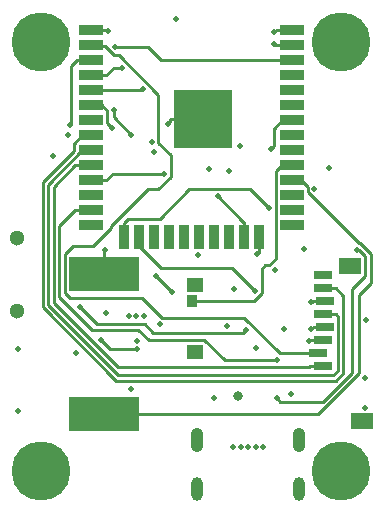
<source format=gbr>
%TF.GenerationSoftware,KiCad,Pcbnew,(6.0.1)*%
%TF.CreationDate,2022-03-18T07:57:27+01:00*%
%TF.ProjectId,trick-tracker,74726963-6b2d-4747-9261-636b65722e6b,rev?*%
%TF.SameCoordinates,Original*%
%TF.FileFunction,Copper,L4,Bot*%
%TF.FilePolarity,Positive*%
%FSLAX46Y46*%
G04 Gerber Fmt 4.6, Leading zero omitted, Abs format (unit mm)*
G04 Created by KiCad (PCBNEW (6.0.1)) date 2022-03-18 07:57:27*
%MOMM*%
%LPD*%
G01*
G04 APERTURE LIST*
%TA.AperFunction,ComponentPad*%
%ADD10O,1.050000X2.100000*%
%TD*%
%TA.AperFunction,ComponentPad*%
%ADD11O,1.000000X2.000000*%
%TD*%
%TA.AperFunction,ComponentPad*%
%ADD12C,0.800000*%
%TD*%
%TA.AperFunction,ComponentPad*%
%ADD13C,5.000000*%
%TD*%
%TA.AperFunction,ComponentPad*%
%ADD14C,1.300000*%
%TD*%
%TA.AperFunction,SMDPad,CuDef*%
%ADD15R,1.500000X0.800000*%
%TD*%
%TA.AperFunction,SMDPad,CuDef*%
%ADD16R,0.950000X1.000000*%
%TD*%
%TA.AperFunction,SMDPad,CuDef*%
%ADD17R,1.400000X1.300000*%
%TD*%
%TA.AperFunction,SMDPad,CuDef*%
%ADD18R,1.900000X1.400000*%
%TD*%
%TA.AperFunction,SMDPad,CuDef*%
%ADD19R,6.000000X3.000000*%
%TD*%
%TA.AperFunction,SMDPad,CuDef*%
%ADD20R,2.000000X0.900000*%
%TD*%
%TA.AperFunction,SMDPad,CuDef*%
%ADD21R,0.900000X2.000000*%
%TD*%
%TA.AperFunction,SMDPad,CuDef*%
%ADD22R,5.000000X5.000000*%
%TD*%
%TA.AperFunction,ViaPad*%
%ADD23C,0.500000*%
%TD*%
%TA.AperFunction,ViaPad*%
%ADD24C,0.800000*%
%TD*%
%TA.AperFunction,Conductor*%
%ADD25C,0.250000*%
%TD*%
G04 APERTURE END LIST*
D10*
%TO.P,J1,S1,SHELL_GND*%
%TO.N,unconnected-(J1-PadS1)*%
X146048000Y-131583000D03*
D11*
%TO.P,J1,S2,SHELL_GND*%
%TO.N,unconnected-(J1-PadS2)*%
X146048000Y-135763000D03*
%TO.P,J1,S3,SHELL_GND*%
%TO.N,unconnected-(J1-PadS3)*%
X154688000Y-135763000D03*
D10*
%TO.P,J1,S4,SHELL_GND*%
%TO.N,unconnected-(J1-PadS4)*%
X154688000Y-131583000D03*
%TD*%
D12*
%TO.P,H1,1*%
%TO.N,N/C*%
X134717000Y-134239000D03*
X131516175Y-135564825D03*
X131516175Y-132913175D03*
X132842000Y-132364000D03*
X132842000Y-136114000D03*
X134167825Y-132913175D03*
D13*
X132842000Y-134239000D03*
D12*
X134167825Y-135564825D03*
X130967000Y-134239000D03*
%TD*%
%TO.P,H2,1*%
%TO.N,N/C*%
X156916175Y-135564825D03*
X159567825Y-135564825D03*
X158242000Y-136114000D03*
D13*
X158242000Y-134239000D03*
D12*
X159567825Y-132913175D03*
X158242000Y-132364000D03*
X160117000Y-134239000D03*
X156916175Y-132913175D03*
X156367000Y-134239000D03*
%TD*%
D14*
%TO.P,S3,MH1,MH1*%
%TO.N,unconnected-(S3-PadMH1)*%
X130782000Y-114477000D03*
%TO.P,S3,MH2,MH2*%
%TO.N,unconnected-(S3-PadMH2)*%
X130782000Y-120727000D03*
%TD*%
D12*
%TO.P,H3,1*%
%TO.N,N/C*%
X132842000Y-99792000D03*
X134167825Y-96591175D03*
X130967000Y-97917000D03*
X134717000Y-97917000D03*
D13*
X132842000Y-97917000D03*
D12*
X132842000Y-96042000D03*
X131516175Y-96591175D03*
X134167825Y-99242825D03*
X131516175Y-99242825D03*
%TD*%
%TO.P,H4,1*%
%TO.N,N/C*%
X160117000Y-97917000D03*
X159567825Y-99242825D03*
X156367000Y-97917000D03*
X159567825Y-96591175D03*
X158242000Y-99792000D03*
D13*
X158242000Y-97917000D03*
D12*
X158242000Y-96042000D03*
X156916175Y-99242825D03*
X156916175Y-96591175D03*
%TD*%
D15*
%TO.P,J4,1,DATA2/CS*%
%TO.N,/CS*%
X156695000Y-125384000D03*
%TO.P,J4,2,DATA3/MOSI*%
%TO.N,/MOSI*%
X156295000Y-124284000D03*
%TO.P,J4,3,CMD/GND*%
%TO.N,GND*%
X156695000Y-123184000D03*
%TO.P,J4,4,VDD*%
%TO.N,+3V3*%
X156895000Y-122084000D03*
%TO.P,J4,5,CLK*%
%TO.N,/CLK*%
X156695000Y-120984000D03*
%TO.P,J4,6,VSS/GND*%
%TO.N,GND*%
X156895000Y-119884000D03*
%TO.P,J4,7,DATA0/MISO*%
%TO.N,/MISO*%
X156695000Y-118784000D03*
%TO.P,J4,8,DATA1*%
%TO.N,unconnected-(J4-Pad8)*%
X156695000Y-117684000D03*
D16*
%TO.P,J4,9,DETECH*%
%TO.N,/SD_DETECT*%
X145610000Y-119884000D03*
D17*
%TO.P,J4,P1*%
%TO.N,N/C*%
X145835000Y-118494000D03*
%TO.P,J4,P2*%
X145835000Y-124194000D03*
D18*
%TO.P,J4,P3*%
X159985000Y-130044000D03*
%TO.P,J4,P4*%
X158985000Y-116894000D03*
%TD*%
D19*
%TO.P,P1,1,IN*%
%TO.N,Net-(P1-Pad1)*%
X138176000Y-129444000D03*
%TO.P,P1,2,OUT*%
%TO.N,GND*%
X138176000Y-117544000D03*
%TD*%
D20*
%TO.P,U3,1,GND*%
%TO.N,GND*%
X154042000Y-96944000D03*
%TO.P,U3,2,VDD*%
%TO.N,+3V3*%
X154042000Y-98214000D03*
%TO.P,U3,3,EN*%
%TO.N,/RESET*%
X154042000Y-99484000D03*
%TO.P,U3,4,SENSOR_VP*%
%TO.N,unconnected-(U3-Pad4)*%
X154042000Y-100754000D03*
%TO.P,U3,5,SENSOR_VN*%
%TO.N,unconnected-(U3-Pad5)*%
X154042000Y-102024000D03*
%TO.P,U3,6,IO34*%
%TO.N,unconnected-(U3-Pad6)*%
X154042000Y-103294000D03*
%TO.P,U3,7,IO35*%
%TO.N,/BAT_SENS*%
X154042000Y-104564000D03*
%TO.P,U3,8,IO32*%
%TO.N,unconnected-(U3-Pad8)*%
X154042000Y-105834000D03*
%TO.P,U3,9,IO33*%
%TO.N,unconnected-(U3-Pad9)*%
X154042000Y-107104000D03*
%TO.P,U3,10,IO25*%
%TO.N,/SD_DETECT*%
X154042000Y-108374000D03*
%TO.P,U3,11,IO26*%
%TO.N,Net-(P1-Pad1)*%
X154042000Y-109644000D03*
%TO.P,U3,12,IO27*%
%TO.N,unconnected-(U3-Pad12)*%
X154042000Y-110914000D03*
%TO.P,U3,13,IO14*%
%TO.N,unconnected-(U3-Pad13)*%
X154042000Y-112184000D03*
%TO.P,U3,14,IO12*%
%TO.N,unconnected-(U3-Pad14)*%
X154042000Y-113454000D03*
D21*
%TO.P,U3,15,GND*%
%TO.N,GND*%
X151257000Y-114454000D03*
%TO.P,U3,16,IO13*%
%TO.N,/BMX_INT2*%
X149987000Y-114454000D03*
%TO.P,U3,17,SHD/SD2*%
%TO.N,unconnected-(U3-Pad17)*%
X148717000Y-114454000D03*
%TO.P,U3,18,SWP/SD3*%
%TO.N,unconnected-(U3-Pad18)*%
X147447000Y-114454000D03*
%TO.P,U3,19,SCS/CMD*%
%TO.N,unconnected-(U3-Pad19)*%
X146177000Y-114454000D03*
%TO.P,U3,20,SCK/CLK*%
%TO.N,unconnected-(U3-Pad20)*%
X144907000Y-114454000D03*
%TO.P,U3,21,SDO/SD0*%
%TO.N,unconnected-(U3-Pad21)*%
X143637000Y-114454000D03*
%TO.P,U3,22,SDI/SD1*%
%TO.N,unconnected-(U3-Pad22)*%
X142367000Y-114454000D03*
%TO.P,U3,23,IO15*%
%TO.N,/PRESS_INT*%
X141097000Y-114454000D03*
%TO.P,U3,24,IO2*%
%TO.N,Net-(D4-Pad2)*%
X139827000Y-114454000D03*
D20*
%TO.P,U3,25,IO0*%
%TO.N,unconnected-(U3-Pad25)*%
X137042000Y-113454000D03*
%TO.P,U3,26,IO4*%
%TO.N,/BTN*%
X137042000Y-112184000D03*
%TO.P,U3,27,IO16*%
%TO.N,unconnected-(U3-Pad27)*%
X137042000Y-110914000D03*
%TO.P,U3,28,IO17*%
%TO.N,/BMX_INT1*%
X137042000Y-109644000D03*
%TO.P,U3,29,IO5*%
%TO.N,/CS*%
X137042000Y-108374000D03*
%TO.P,U3,30,IO18*%
%TO.N,/CLK*%
X137042000Y-107104000D03*
%TO.P,U3,31,IO19*%
%TO.N,/MISO*%
X137042000Y-105834000D03*
%TO.P,U3,32,NC*%
%TO.N,unconnected-(U3-Pad32)*%
X137042000Y-104564000D03*
%TO.P,U3,33,IO21*%
%TO.N,/SDA*%
X137042000Y-103294000D03*
%TO.P,U3,34,RXD0/IO3*%
%TO.N,/Rx*%
X137042000Y-102024000D03*
%TO.P,U3,35,TXD0/IO1*%
%TO.N,/Tx*%
X137042000Y-100754000D03*
%TO.P,U3,36,IO22*%
%TO.N,/SCL*%
X137042000Y-99484000D03*
%TO.P,U3,37,IO23*%
%TO.N,/MOSI*%
X137042000Y-98214000D03*
%TO.P,U3,38,GND*%
%TO.N,GND*%
X137042000Y-96944000D03*
D22*
%TO.P,U3,39,GND*%
X146542000Y-104444000D03*
%TD*%
D23*
%TO.N,+3V3*%
X157224200Y-108581000D03*
X155677100Y-122239500D03*
X152577800Y-98075100D03*
X148717000Y-108873300D03*
X151003000Y-123851700D03*
X148550800Y-121968000D03*
X147098400Y-108666100D03*
X133850500Y-107577000D03*
X142406400Y-107240400D03*
X138296600Y-120894500D03*
%TO.N,GND*%
X149159200Y-118815800D03*
X155067000Y-115474300D03*
X154038000Y-127759900D03*
X151091800Y-115904300D03*
X153392300Y-122239300D03*
X135096000Y-105822900D03*
X155690100Y-119894300D03*
X140925100Y-123206600D03*
X138492300Y-97028000D03*
X140475200Y-127310200D03*
X155485800Y-123253000D03*
X146134600Y-115914800D03*
X135822400Y-124209600D03*
X130849000Y-123911200D03*
X160235000Y-128876900D03*
X155988000Y-110343700D03*
X138278100Y-115495100D03*
X149645200Y-106687200D03*
X147511000Y-128086100D03*
X143588900Y-104852300D03*
X142202500Y-106413000D03*
X152582000Y-97107100D03*
X152654000Y-117195600D03*
X160235000Y-126392400D03*
X144272000Y-95954700D03*
X130849000Y-129159000D03*
X160347100Y-121441200D03*
%TO.N,/VBUS*%
X140893300Y-121107700D03*
X151638000Y-132207000D03*
X151003000Y-132207000D03*
X140482200Y-105764000D03*
D24*
X149479000Y-127889000D03*
D23*
X149733000Y-132207000D03*
X159588200Y-115510600D03*
X139000300Y-103687700D03*
X142869245Y-121805622D03*
X149098000Y-132207000D03*
X140258300Y-121107700D03*
X150368000Y-132207000D03*
X141528300Y-121107700D03*
X152781000Y-128080600D03*
%TO.N,/VBAT*%
X140925100Y-123907000D03*
X137919700Y-123163400D03*
%TO.N,/SCL*%
X135301700Y-104971500D03*
%TO.N,/SDA*%
X138815800Y-105188900D03*
%TO.N,/RESET*%
X139112700Y-98329500D03*
X150179300Y-122341400D03*
X136123500Y-120372000D03*
%TO.N,/PRESS_INT*%
X150938900Y-118965000D03*
%TO.N,/BTN*%
X152830900Y-124871000D03*
%TO.N,/Tx*%
X139663400Y-100103700D03*
%TO.N,/Rx*%
X141431100Y-101871400D03*
%TO.N,/BAT_SENS*%
X152341800Y-106949900D03*
%TO.N,Net-(D4-Pad2)*%
X152137200Y-111967600D03*
%TO.N,/VIN*%
X142569700Y-117703500D03*
X143951700Y-119085500D03*
%TO.N,/BMX_INT2*%
X147825300Y-110981000D03*
%TO.N,/BMX_INT1*%
X143214100Y-109092900D03*
%TD*%
D25*
%TO.N,+3V3*%
X154042000Y-98214000D02*
X152716700Y-98214000D01*
X155819700Y-122096900D02*
X155819700Y-122084000D01*
X155677100Y-122239500D02*
X155819700Y-122096900D01*
X156895000Y-122084000D02*
X155819700Y-122084000D01*
X152716700Y-98214000D02*
X152577800Y-98075100D01*
%TO.N,GND*%
X155485800Y-123253000D02*
X155550700Y-123253000D01*
X155809400Y-119894300D02*
X155819700Y-119884000D01*
X152582000Y-97107100D02*
X152716700Y-96972400D01*
X156695000Y-123184000D02*
X155619700Y-123184000D01*
X143716700Y-104724500D02*
X143716700Y-104444000D01*
X151216800Y-115779300D02*
X151257000Y-115779300D01*
X156895000Y-119884000D02*
X155819700Y-119884000D01*
X138176000Y-117544000D02*
X138176000Y-115718700D01*
X151091800Y-115904300D02*
X151216800Y-115779300D01*
X138492300Y-97028000D02*
X138408300Y-96944000D01*
X143588900Y-104852300D02*
X143716700Y-104724500D01*
X151257000Y-114454000D02*
X151257000Y-115779300D01*
X152716700Y-96972400D02*
X152716700Y-96944000D01*
X155690100Y-119894300D02*
X155809400Y-119894300D01*
X154042000Y-96944000D02*
X152716700Y-96944000D01*
X155550700Y-123253000D02*
X155619700Y-123184000D01*
X138408300Y-96944000D02*
X137042000Y-96944000D01*
X138278100Y-115495100D02*
X138278100Y-115616600D01*
X146542000Y-104444000D02*
X143716700Y-104444000D01*
X138278100Y-115616600D02*
X138176000Y-115718700D01*
%TO.N,/VBUS*%
X156694500Y-128379900D02*
X159130700Y-125943700D01*
X159130700Y-125943700D02*
X159130700Y-118863400D01*
X139000300Y-104282100D02*
X139000300Y-103687700D01*
X140482200Y-105764000D02*
X139000300Y-104282100D01*
X160299900Y-116047100D02*
X159763400Y-115510600D01*
X152781000Y-128080600D02*
X153080300Y-128379900D01*
X159130700Y-118863400D02*
X160299900Y-117694200D01*
X159763400Y-115510600D02*
X159588200Y-115510600D01*
X153080300Y-128379900D02*
X156694500Y-128379900D01*
X160299900Y-117694200D02*
X160299900Y-116047100D01*
%TO.N,/VBAT*%
X140925100Y-123907000D02*
X138663300Y-123907000D01*
X138663300Y-123907000D02*
X137919700Y-123163400D01*
%TO.N,/SCL*%
X135847000Y-99484000D02*
X135382000Y-99949000D01*
X135382000Y-99949000D02*
X135382000Y-104891200D01*
X137042000Y-99484000D02*
X135847000Y-99484000D01*
X135382000Y-104891200D02*
X135301700Y-104971500D01*
%TO.N,/SDA*%
X138430000Y-104803100D02*
X138815800Y-105188900D01*
X137042000Y-103294000D02*
X137965000Y-103294000D01*
X137965000Y-103294000D02*
X138430000Y-103759000D01*
X138430000Y-103759000D02*
X138430000Y-104803100D01*
%TO.N,/RESET*%
X141624800Y-121816000D02*
X137567500Y-121816000D01*
X141873500Y-98329500D02*
X139112700Y-98329500D01*
X154042000Y-99484000D02*
X143028000Y-99484000D01*
X150179300Y-122341400D02*
X149976200Y-122544500D01*
X143028000Y-99484000D02*
X141873500Y-98329500D01*
X142353300Y-122544500D02*
X141624800Y-121816000D01*
X149976200Y-122544500D02*
X142353300Y-122544500D01*
X137567500Y-121816000D02*
X136123500Y-120372000D01*
%TO.N,/PRESS_INT*%
X141097000Y-114454000D02*
X141097000Y-115161200D01*
X149043100Y-117069200D02*
X150938900Y-118965000D01*
X141097000Y-115161200D02*
X143005000Y-117069200D01*
X143005000Y-117069200D02*
X149043100Y-117069200D01*
%TO.N,/BTN*%
X152830900Y-124871000D02*
X148379400Y-124871000D01*
X148379400Y-124871000D02*
X146661100Y-123152700D01*
X137042000Y-112184000D02*
X135716700Y-112184000D01*
X141079000Y-122266400D02*
X137190600Y-122266400D01*
X141965300Y-123152700D02*
X141079000Y-122266400D01*
X137190600Y-122266400D02*
X134391800Y-119467600D01*
X134391800Y-119467600D02*
X134391800Y-113508900D01*
X146661100Y-123152700D02*
X141965300Y-123152700D01*
X134391800Y-113508900D02*
X135716700Y-112184000D01*
%TO.N,/Tx*%
X137042000Y-100754000D02*
X138367300Y-100754000D01*
X138367300Y-100754000D02*
X139017600Y-100103700D01*
X139017600Y-100103700D02*
X139663400Y-100103700D01*
%TO.N,/Rx*%
X138367300Y-102024000D02*
X141278500Y-102024000D01*
X141278500Y-102024000D02*
X141431100Y-101871400D01*
X137042000Y-102024000D02*
X138367300Y-102024000D01*
%TO.N,/BAT_SENS*%
X152527000Y-106764700D02*
X152341800Y-106949900D01*
X153212978Y-104564000D02*
X152527000Y-105249978D01*
X152527000Y-105249978D02*
X152527000Y-106764700D01*
X154042000Y-104564000D02*
X153212978Y-104564000D01*
%TO.N,Net-(D4-Pad2)*%
X142871900Y-112903000D02*
X145378100Y-110396800D01*
X139827000Y-113284000D02*
X140208000Y-112903000D01*
X145378100Y-110396800D02*
X150566400Y-110396800D01*
X139827000Y-114454000D02*
X139827000Y-113284000D01*
X150566400Y-110396800D02*
X152137200Y-111967600D01*
X140208000Y-112903000D02*
X142871900Y-112903000D01*
%TO.N,/CS*%
X155546200Y-125457500D02*
X155619700Y-125384000D01*
X133908500Y-120006200D02*
X139359800Y-125457500D01*
X135716700Y-108374000D02*
X133908500Y-110182200D01*
X156695000Y-125384000D02*
X155619700Y-125384000D01*
X133908500Y-110182200D02*
X133908500Y-120006200D01*
X139359800Y-125457500D02*
X155546200Y-125457500D01*
X137042000Y-108374000D02*
X135716700Y-108374000D01*
%TO.N,/MOSI*%
X142777900Y-102401500D02*
X142777900Y-106459400D01*
X139002100Y-99057300D02*
X139433700Y-99057300D01*
X153047700Y-124284000D02*
X156295000Y-124284000D01*
X141419400Y-119594700D02*
X143107600Y-121282900D01*
X134842500Y-119171800D02*
X135265400Y-119594700D01*
X143107600Y-121282900D02*
X150046600Y-121282900D01*
X142767400Y-110396800D02*
X141867300Y-110396800D01*
X137235900Y-115202200D02*
X135515600Y-115202200D01*
X142777900Y-106459400D02*
X143821000Y-107502500D01*
X135515600Y-115202200D02*
X134842500Y-115875300D01*
X143821000Y-109343200D02*
X142767400Y-110396800D01*
X135265400Y-119594700D02*
X141419400Y-119594700D01*
X143821000Y-107502500D02*
X143821000Y-109343200D01*
X137042000Y-98214000D02*
X137126000Y-98298000D01*
X138730100Y-113708000D02*
X137235900Y-115202200D01*
X134842500Y-115875300D02*
X134842500Y-119171800D01*
X137126000Y-98298000D02*
X138242800Y-98298000D01*
X139433700Y-99057300D02*
X142777900Y-102401500D01*
X138730100Y-113534000D02*
X138730100Y-113708000D01*
X138242800Y-98298000D02*
X139002100Y-99057300D01*
X141867300Y-110396800D02*
X138730100Y-113534000D01*
X150046600Y-121282900D02*
X153047700Y-124284000D01*
%TO.N,/MISO*%
X137042000Y-105834000D02*
X136335600Y-105834000D01*
X157778000Y-126591300D02*
X158420800Y-125948500D01*
X157770300Y-118784000D02*
X156695000Y-118784000D01*
X158420800Y-125948500D02*
X158420800Y-119434500D01*
X135636000Y-107170500D02*
X133007800Y-109798700D01*
X133007800Y-109798700D02*
X133007800Y-120379300D01*
X136335600Y-105834000D02*
X135636000Y-106533600D01*
X139219800Y-126591300D02*
X157778000Y-126591300D01*
X133007800Y-120379300D02*
X139219800Y-126591300D01*
X135636000Y-106533600D02*
X135636000Y-107170500D01*
X158420800Y-119434500D02*
X157770300Y-118784000D01*
%TO.N,/SD_DETECT*%
X151531400Y-119200000D02*
X150847400Y-119884000D01*
X153212978Y-108374000D02*
X152717489Y-108869489D01*
X151789600Y-116840000D02*
X151531400Y-117098200D01*
X152717489Y-108869489D02*
X152717489Y-116268511D01*
X154042000Y-108374000D02*
X153212978Y-108374000D01*
X151531400Y-117098200D02*
X151531400Y-119200000D01*
X152146000Y-116840000D02*
X151789600Y-116840000D01*
X150847400Y-119884000D02*
X145610000Y-119884000D01*
X152717489Y-116268511D02*
X152146000Y-116840000D01*
%TO.N,/VIN*%
X143951700Y-119085500D02*
X142569700Y-117703500D01*
%TO.N,Net-(P1-Pad1)*%
X159826171Y-114936089D02*
X160750200Y-115860118D01*
X156267300Y-129444000D02*
X138176000Y-129444000D01*
X155413489Y-110581671D02*
X159767907Y-114936089D01*
X159771700Y-125939600D02*
X156267300Y-129444000D01*
X160750200Y-115860118D02*
X160750200Y-118330900D01*
X154871022Y-109644000D02*
X155413489Y-110186467D01*
X154042000Y-109644000D02*
X154871022Y-109644000D01*
X155413489Y-110186467D02*
X155413489Y-110581671D01*
X159767907Y-114936089D02*
X159826171Y-114936089D01*
X160750200Y-118330900D02*
X159771700Y-119309400D01*
X159771700Y-119309400D02*
X159771700Y-125939600D01*
%TO.N,/CLK*%
X157594700Y-126128400D02*
X157970400Y-125752700D01*
X133458100Y-109985300D02*
X133458100Y-120192700D01*
X133458100Y-120192700D02*
X139393800Y-126128400D01*
X157970400Y-121184100D02*
X157770300Y-120984000D01*
X137042000Y-107104000D02*
X136339400Y-107104000D01*
X136339400Y-107104000D02*
X133458100Y-109985300D01*
X139393800Y-126128400D02*
X157594700Y-126128400D01*
X157770300Y-120984000D02*
X156695000Y-120984000D01*
X157970400Y-125752700D02*
X157970400Y-121184100D01*
%TO.N,/BMX_INT2*%
X149973000Y-113128700D02*
X147825300Y-110981000D01*
X149987000Y-113128700D02*
X149973000Y-113128700D01*
X149987000Y-114454000D02*
X149987000Y-113128700D01*
%TO.N,/BMX_INT1*%
X137042000Y-109644000D02*
X138367300Y-109644000D01*
X138367300Y-109644000D02*
X138918400Y-109092900D01*
X138918400Y-109092900D02*
X143214100Y-109092900D01*
%TD*%
M02*

</source>
